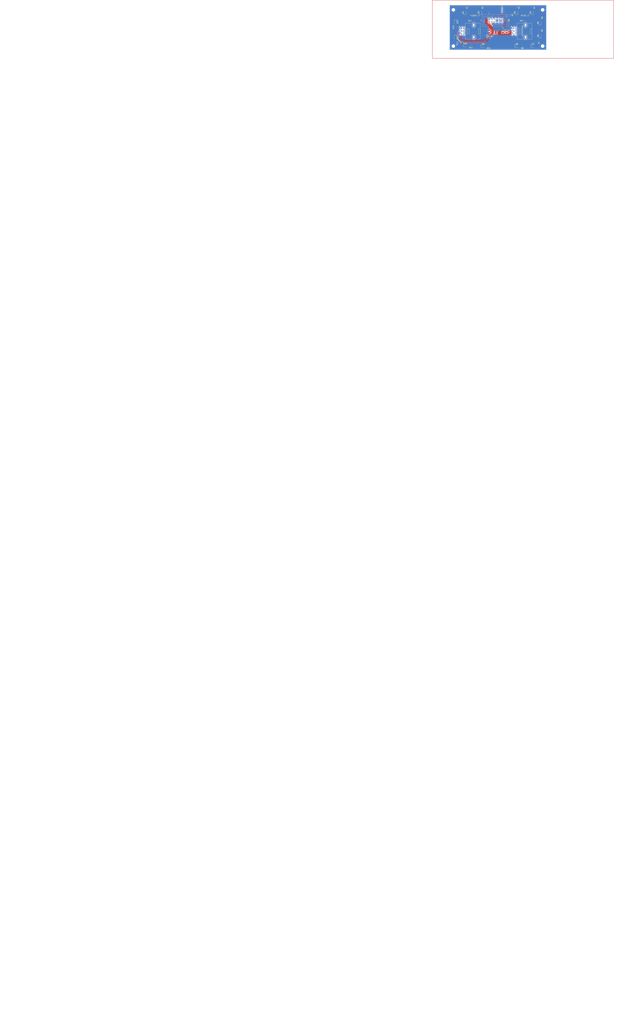
<source format=kicad_pcb>
(kicad_pcb (version 20221018) (generator pcbnew)

  (general
    (thickness 1.6)
  )

  (paper "A4")
  (layers
    (0 "F.Cu" signal)
    (31 "B.Cu" signal)
    (34 "B.Paste" user)
    (35 "F.Paste" user)
    (36 "B.SilkS" user "B.Silkscreen")
    (37 "F.SilkS" user "F.Silkscreen")
    (38 "B.Mask" user)
    (39 "F.Mask" user)
    (42 "Eco1.User" user "User.Ref")
    (44 "Edge.Cuts" user)
    (45 "Margin" user)
    (46 "B.CrtYd" user "B.Courtyard")
    (47 "F.CrtYd" user "F.Courtyard")
    (48 "B.Fab" user)
    (49 "F.Fab" user)
  )

  (setup
    (stackup
      (layer "F.SilkS" (type "Top Silk Screen") (color "White"))
      (layer "F.Paste" (type "Top Solder Paste"))
      (layer "F.Mask" (type "Top Solder Mask") (color "Black") (thickness 0.01))
      (layer "F.Cu" (type "copper") (thickness 0.035))
      (layer "dielectric 1" (type "core") (thickness 1.51) (material "FR4") (epsilon_r 4.5) (loss_tangent 0.02))
      (layer "B.Cu" (type "copper") (thickness 0.035))
      (layer "B.Mask" (type "Bottom Solder Mask") (color "Black") (thickness 0.01))
      (layer "B.Paste" (type "Bottom Solder Paste"))
      (layer "B.SilkS" (type "Bottom Silk Screen") (color "White"))
      (copper_finish "None")
      (dielectric_constraints yes)
    )
    (pad_to_mask_clearance 0)
    (aux_axis_origin 96.35 106.5)
    (pcbplotparams
      (layerselection 0x00010fc_ffffffff)
      (plot_on_all_layers_selection 0x0000000_00000000)
      (disableapertmacros false)
      (usegerberextensions false)
      (usegerberattributes true)
      (usegerberadvancedattributes true)
      (creategerberjobfile true)
      (dashed_line_dash_ratio 12.000000)
      (dashed_line_gap_ratio 3.000000)
      (svgprecision 4)
      (plotframeref false)
      (viasonmask false)
      (mode 1)
      (useauxorigin false)
      (hpglpennumber 1)
      (hpglpenspeed 20)
      (hpglpendiameter 15.000000)
      (dxfpolygonmode true)
      (dxfimperialunits true)
      (dxfusepcbnewfont true)
      (psnegative false)
      (psa4output false)
      (plotreference false)
      (plotvalue false)
      (plotinvisibletext false)
      (sketchpadsonfab false)
      (subtractmaskfromsilk false)
      (outputformat 1)
      (mirror false)
      (drillshape 0)
      (scaleselection 1)
      (outputdirectory "manufacturing/")
    )
  )

  (net 0 "")
  (net 1 "GND")
  (net 2 "+3V3")
  (net 3 "VBUS")
  (net 4 "Net-(D1-A)")
  (net 5 "Net-(D2-A)")
  (net 6 "/LED_PWR")
  (net 7 "Net-(D3-A)")
  (net 8 "Net-(D4-A)")
  (net 9 "Net-(D5-A)")
  (net 10 "Net-(D6-A)")
  (net 11 "/FLOOD")
  (net 12 "/INTEG")
  (net 13 "/PWM_1")
  (net 14 "Net-(D7-A)")
  (net 15 "Net-(D8-A)")
  (net 16 "Net-(D9-A)")
  (net 17 "Net-(D10-A)")
  (net 18 "Net-(D11-A)")
  (net 19 "Net-(D12-A)")
  (net 20 "unconnected-(J1-Pin_5-Pad5)")
  (net 21 "unconnected-(J1-Pin_6-Pad6)")
  (net 22 "unconnected-(J1-Pin_8-Pad8)")
  (net 23 "unconnected-(J1-Pin_3-Pad3)")
  (net 24 "Net-(D13-A)")
  (net 25 "Net-(D14-A)")

  (footprint "Resistor_SMD:R_0805_2012Metric" (layer "F.Cu") (at 108.35 73.875 -90))

  (footprint "LED_SMD:LED_0805_2012Metric" (layer "F.Cu") (at 127 92.2125 -90))

  (footprint "LED_SMD:LED_0805_2012Metric" (layer "F.Cu") (at 140.7125 92.2125 -90))

  (footprint "Resistor_SMD:R_0805_2012Metric" (layer "F.Cu") (at 101 88.9125 90))

  (footprint "MountingHole:MountingHole_2.2mm_M2" (layer "F.Cu") (at 168.35 103.5))

  (footprint "Resistor_SMD:R_0805_2012Metric" (layer "F.Cu") (at 166.35 81.5875 -90))

  (footprint "Resistor_SMD:R_0805_2012Metric" (layer "F.Cu") (at 160.35 73.875 -90))

  (footprint "MountingHole:MountingHole_2.2mm_M2" (layer "F.Cu") (at 99.35 103.5))

  (footprint "LED_SMD:LED_0805_2012Metric" (layer "F.Cu") (at 160.35 77.5 90))

  (footprint "MountingHole:MountingHole_2.2mm_M2" (layer "F.Cu") (at 168.35 75.5))

  (footprint "NiasStuff:Potentiometer_Alps_RK09L_Double_Vertical" (layer "F.Cu") (at 145.1 89.5))

  (footprint "LED_SMD:LED_0805_2012Metric" (layer "F.Cu") (at 148.3375 103.54))

  (footprint "LED_SMD:LED_0805_2012Metric" (layer "F.Cu") (at 120.35 77.5 90))

  (footprint "LED_SMD:LED_0805_2012Metric" (layer "F.Cu") (at 108.35 77.5 90))

  (footprint "NiasStuff:Potentiometer_Alps_RK09L_Double_Vertical" (layer "F.Cu") (at 105.125 89.5))

  (footprint "LED_SMD:LED_0805_2012Metric" (layer "F.Cu") (at 108.7125 103))

  (footprint "Resistor_SMD:R_0805_2012Metric" (layer "F.Cu") (at 152.5875 103.5 180))

  (footprint "LED_SMD:LED_0805_2012Metric" (layer "F.Cu") (at 166.35 95.5 90))

  (footprint "LED_SMD:LED_0805_2012Metric" (layer "F.Cu") (at 166.35 85.5 90))

  (footprint "Resistor_SMD:R_0603_1608Metric" (layer "F.Cu") (at 141 83.675 -90))

  (footprint "LED_SMD:LED_0805_2012Metric" (layer "F.Cu") (at 160.8375 103.5))

  (footprint "Resistor_SMD:R_0805_2012Metric" (layer "F.Cu") (at 104 101.5875 90))

  (footprint "Resistor_SMD:R_0805_2012Metric" (layer "F.Cu") (at 164 100.9125 -90))

  (footprint "LED_SMD:LED_0805_2012Metric" (layer "F.Cu") (at 148.35 77.5 90))

  (footprint "Package_TO_SOT_SMD:SOT-23" (layer "F.Cu") (at 141.95 79.3625 90))

  (footprint "Resistor_SMD:R_0805_2012Metric" (layer "F.Cu") (at 148.35 73.875 -90))

  (footprint "Resistor_SMD:R_0805_2012Metric" (layer "F.Cu") (at 120.35 73.875 -90))

  (footprint "MountingHole:MountingHole_2.2mm_M2" (layer "F.Cu") (at 99.35 75.5))

  (footprint "LED_SMD:LED_0805_2012Metric" (layer "F.Cu") (at 101 84.7125 -90))

  (footprint "LED_SMD:LED_0805_2012Metric" (layer "F.Cu") (at 122.2875 103.5))

  (footprint "LED_SMD:LED_0805_2012Metric" (layer "F.Cu") (at 101 96.7125 -90))

  (footprint "Resistor_SMD:R_0805_2012Metric" (layer "F.Cu") (at 126.5375 103.5 180))

  (footprint "Resistor_SMD:R_0805_2012Metric" (layer "F.Cu") (at 112.9125 103 180))

  (footprint "Resistor_SMD:R_0805_2012Metric" (layer "F.Cu") (at 137.5 92.0875 -90))

  (footprint "Resistor_SMD:R_0805_2012Metric" (layer "F.Cu") (at 166.35 91.5 -90))

  (footprint "Resistor_SMD:R_0805_2012Metric" (layer "F.Cu") (at 127 95.9125 90))

  (footprint "Connector_IDC:IDC-Header_2x05_P2.54mm_Vertical" (layer "B.Cu") (at 126.84 82.46 -90))

  (gr_line (start 83.1 68) (end 83.1 113)
    (stroke (width 0.2) (type default)) (layer "F.Cu") (tstamp 4b03bcf9-9dd5-46df-afb3-9970c777eac5))
  (gr_line (start 83.1 113) (end 223.1 113)
    (stroke (width 0.2) (type default)) (layer "F.Cu") (tstamp 4faed209-0276-468d-816a-506e86e04431))
  (gr_line (start 223.1 68) (end 83.1 68)
    (stroke (width 0.2) (type default)) (layer "F.Cu") (tstamp 96a5ed7a-65e7-41ac-b188-2aaba73aa848))
  (gr_line (start 223.1 113) (end 223.1 68)
    (stroke (width 0.2) (type default)) (layer "F.Cu") (tstamp eac38d42-fcfb-41d7-8417-b46d6c533051))
  (gr_line (start 96.35 71.75) (end 171.35 71.75)
    (stroke (width 0.1) (type default)) (layer "Edge.Cuts") (tstamp 02ec3058-b78c-47ca-8949-f3b7735ebd57))
  (gr_line (start 96.35 106.5) (end 96.35 71.75)
    (stroke (width 0.1) (type default)) (layer "Edge.Cuts") (tstamp 03f85010-09cc-4d1f-a1e6-528ed8bf3704))
  (gr_line (start 171.35 71.75) (end 171.35 106.5)
    (stroke (width 0.1) (type default)) (layer "Edge.Cuts") (tstamp a207bc4f-e3db-4c47-b74b-8da3de20521e))
  (gr_line (start 171.35 106.5) (end 96.35 106.5)
    (stroke (width 0.1) (type default)) (layer "Edge.Cuts") (tstamp d207b4a7-b548-4d94-adad-926b520ac1ee))
  (gr_line (start 212.835037 219.32669) (end 206.992497 212.363791)
    (stroke (width 0.794009) (type solid)) (layer "F.Fab") (tstamp 003dffd5-bef8-4308-8cea-51b54cf9286f))
  (gr_line (start 108.504614 450.022421) (end 108.513295 450.365726)
    (stroke (width 0.576701) (type solid)) (layer "F.Fab") (tstamp 00b0a027-818d-4cab-b29f-3e039832fd1a))
  (gr_line (start -164.240497 780.344905) (end -164.240497 798.317141)
    (stroke (width 0.913409) (type solid)) (layer "F.Fab") (tstamp 00c8719f-f7ca-457a-b86f-eb2bdebec79c))
  (gr_line (start 162.475786 148.376832) (end 162.440581 148.839801)
    (stroke (width 0.576315) (type solid)) (layer "F.Fab") (tstamp 00e96dca-ec2d-4ba8-8fe4-a5d11da4a337))
  (gr_line (start 97.850466 455.711644) (end 97.598446 455.513597)
    (stroke (width 0.576701) (type solid)) (layer "F.Fab") (tstamp 00f50bbd-9093-44f0-ac6b-f20ee7e8c2af))
  (gr_line (start 69.500722 84.049522) (end 70.055548 83.979017)
    (stroke (width 0.700877) (type solid)) (layer "F.Fab") (tstamp 00f8228c-82b8-40f2-a04c-654daf7f2959))
  (gr_line (start -209.578248 103.845525) (end -209.00256 103.346852)
    (stroke (width 0.784935) (type solid)) (layer "F.Fab") (tstamp 00fbd06e-d9df-443c-9f10-c47bb9bfff8e))
  (gr_line (start -175.613376 736.094466) (end -175.613376 753.807993)
    (stroke (width 0.913409) (type solid)) (layer "F.Fab") (tstamp 00fc48dc-794b-45d8-9b8f-9a5edcce2646))
  (gr_line (start 80.670336 89.259669) (end 80.937278 89.723951)
    (stroke (width 0.700877) (type solid)) (layer "F.Fab") (tstamp 0116f305-cbc0-4cec-aac7-f9dbc2ae3843))
  (gr_line (start 185.695763 143.180498) (end 185.93289 142.810615)
    (stroke (width 0.576315) (type solid)) (layer "F.Fab") (tstamp 01345f77-1358-4093-b92c-3f445385fc5c))
  (gr_line (start 216.520885 440.855739) (end 238.223496 440.855739)
    (stroke (width 0.850441) (type solid)) (layer "F.Fab") (tstamp 01570404-afab-4cfd-8123-7623f81804d0))
  (gr_line (start 184.423015 146.975601) (end 184.480989 146.51936)
    (stroke (width 0.576315) (type solid)) (layer "F.Fab") (tstamp 01997db7-94f6-4038-8d05-8848c44109af))
  (gr_line (start -104.094659 298.944483) (end -104.295984 299.337565)
    (stroke (width 0.576315) (type solid)) (layer "F.Fab") (tstamp 01a7d60e-023e-46a4-bce9-fc20579db536))
  (gr_line (start 215.685237 459.321417) (end 215.653088 459.267772)
    (stroke (width 0.850441) (type solid)) (layer "F.Fab") (tstamp 01c97ff6-5099-47c4-9a36-23fff7219257))
  (gr_line (start -205.058742 180.886454) (end -204.633018 181.255264)
    (stroke (width 0.576974) (type solid)) (layer "F.Fab") (tstamp 01f9c769-28ed-43b0-a760-73b2217f3fb4))
  (gr_line (start 144.301874 148.839801) (end 144.26667 148.376832)
    (stroke (width 0.576315) (type solid)) (layer "F.Fab") (tstamp 02016b62-dc95-4d96-b74e-342365852ea0))
  (gr_line (start 162.440581 148.839801) (end 162.382606 149.296039)
    (stroke (width 0.576315) (type solid)) (layer "F.Fab") (tstamp 02282d9f-6275-4512-9111-7eb927ab4f24))
  (gr_line (start -202.205118 151.837936) (end -201.946008 152.34389)
    (stroke (width 0.576974) (type solid)) (layer "F.Fab") (tstamp 0259d7bb-70b7-4333-a7ce-f19bbc863e06))
  (gr_line (start 194.541272 193.361344) (end 198.793804 200.726991)
    (stroke (width 0.794009) (type solid)) (layer "F.Fab") (tstamp 0267a4c3-4434-4b63-b09a-e6b6ea7e1dd7))
  (gr_line (start 73.959707 105.746344) (end 73.423344 105.870142)
    (stroke (width 0.700877) (type solid)) (layer "F.Fab") (tstamp 03189e47-b63a-41e3-ad65-150ab1d88583))
  (gr_line (start -164.240497 762.597929) (end -164.240497 780.344905)
    (stroke (width 0.913409) (type solid)) (layer "F.Fab") (tstamp 031b61f5-dd03-461f-a88f-46a8b0010f2c))
  (gr_line (start 144.541817 150.186031) (end 144.440021 149.744974)
    (stroke (width 0.576315) (type solid)) (layer "F.Fab") (tstamp 031c0702-0e98-413e-859b-4753768879e8))
  (gr_line (start -210.129261 104.370867) (end -209.578248 103.845525)
    (stroke (width 0.784935) (type solid)) (layer "F.Fab") (tstamp 03566dbd-3696-4de8-a473-345a4f875f1e))
  (gr_line (start 145.153786 143.95535) (end 145.355111 143.562267)
    (stroke (width 0.576315) (type solid)) (layer "F.Fab") (tstamp 037482ef-4ebc-4706-b10a-1349bec0c662))
  (gr_line (start -178.895796 333.28189) (end -179.299619 333.464454)
    (stroke (width 0.576315) (type solid)) (layer "F.Fab") (tstamp 038e9e17-622a-4cd7-842f-52dd94eeb95e))
  (gr_line (start 157.323571 156.125128) (end 156.919748 156.307692)
    (stroke (width 0.576315) (type solid)) (layer "F.Fab") (tstamp 03990b36-9d79-4c06-ac92-8c79505b75f2))
  (gr_line (start 49.012069 110.100086) (end 49.806089 110.200982)
    (stroke (width 0.784935) (type solid)) (layer "F.Fab") (tstamp 03a1b0bb-3f88-416e-b0f7-8d707f98ab40))
  (gr_line (start 13.229812 98.820598) (end 13.055506 98.305459)
    (stroke (width 0.700877) (type solid)) (layer "F.Fab") (tstamp 03c8f30e-18ef-43f4-a6f6-e5fbc5145390))
  (gr_line (start -180.754704 736.094466) (end -175.613376 736.094466)
    (stroke (width 0.913409) (type solid)) (layer "F.Fab") (tstamp 03e8c0cd-7752-4541-b9c0-d641e666116f))
  (gr_line (start 32.528163 88.375168) (end 32.837269 88.809842)
    (stroke (width 0.700877) (type solid)) (layer "F.Fab") (tstamp 03f515e6-00f0-4fcd-9ed7-6f23fb301aa7))
  (gr_poly
    (pts
      (xy -210.40404 826.664511)
      (xy -216.895066 833.155502)
      (xy -216.895066 831.174295)
      (xy -210.40404 824.683232)
    )

    (stroke (width 0) (type solid)) (fill solid) (layer "F.Fab") (tstamp 03fb575d-c752-43a7-970e-dc69fffe6acf))
  (gr_line (start 44.973674 110.200982) (end 45.767693 110.100086)
    (stroke (width 0.784935) (type solid)) (layer "F.Fab") (tstamp 041d0df4-16f9-4cc9-b66f-e8f8eb2394f9))
  (gr_line (start -208.487793 178.918962) (end -207.954983 179.129066)
    (stroke (width 0.576974) (type solid)) (layer "F.Fab") (tstamp 0455644e-f4f6-4d63-bc84-1530b987152c))
  (gr_poly
    (pts
      (xy -161.897785 736.457207)
      (xy -161.821859 736.464453)
      (xy -161.747062 736.476388)
      (xy -161.673485 736.492895)
      (xy -161.601221 736.513858)
      (xy -161.530362 736.539159)
      (xy -161.461 736.568683)
      (xy -161.393228 736.602313)
      (xy -161.327138 736.639932)
      (xy -161.262823 736.681423)
      (xy -161.200374 736.726671)
      (xy -161.139884 736.775558)
      (xy -161.081444 736.827968)
      (xy -161.025149 736.883784)
      (xy -160.971089 736.94289)
      (xy -160.919357 737.00517)
      (xy -160.823246 737.138783)
      (xy -160.737555 737.28369)
      (xy -160.663021 737.438959)
      (xy -160.600383 737.603658)
      (xy -160.55038 737.776854)
      (xy -160.513749 737.957614)
      (xy -160.500679 738.05054)
      (xy -160.491229 738.145007)
      (xy -160.485492 738.240899)
      (xy -160.483558 738.338099)
      (xy -160.483558 823.135565)
      (xy -160.485492 823.232765)
      (xy -160.491229 823.328657)
      (xy -160.500679 823.423124)
      (xy -160.513749 823.516049)
      (xy -160.530347 823.607317)
      (xy -160.55038 823.69681)
      (xy -160.573756 823.784412)
      (xy -160.600383 823.870006)
      (xy -160.630169 823.953476)
      (xy -160.663021 824.034705)
      (xy -160.698847 824.113576)
      (xy -160.737555 824.189974)
      (xy -160.779052 824.263781)
      (xy -160.823246 824.334881)
      (xy -160.870045 824.403158)
      (xy -160.919357 824.468494)
      (xy -160.971089 824.530774)
      (xy -161.025149 824.58988)
      (xy -161.081444 824.645696)
      (xy -161.139884 824.698106)
      (xy -161.200374 824.746993)
      (xy -161.262823 824.792241)
      (xy -161.327138 824.833732)
      (xy -161.393228 824.871351)
      (xy -161.461 824.904981)
      (xy -161.530362 824.934505)
      (xy -161.601221 824.959806)
      (xy -161.673485 824.980769)
      (xy -161.747062 824.997276)
      (xy -161.821859 825.009211)
      (xy -161.897785 825.016457)
      (xy -161.974747 825.018899)
      (xy -164.155123 825.018899)
      (xy -164.155123 736.454765)
      (xy -161.974747 736.454765)
    )

    (stroke (width 0) (type solid)) (fill solid) (layer "F.Fab") (tstamp 04746465-9a3b-49e5-8d69-c4e2fc132b56))
  (gr_line (start 18.837319 105.002107) (end 18.359277 104.757269)
    (stroke (width 0.700877) (type solid)) (layer "F.Fab") (tstamp 04965fde-4ad7-41e3-9ffe-669fa74c3f55))
  (gr_line (start 124.939573 87.241237) (end 125.244761 87.717329)
    (stroke (width 0.576974) (type solid)) (layer "F.Fab") (tstamp 04c03ffa-621c-41da-b951-78849703a202))
  (gr_line (start -57.386736 365.319493) (end -57.117023 366.488096)
    (stroke (width 0.859799) (type solid)) (layer "F.Fab") (tstamp 04ce2ba0-db89-404d-975f-cf41f3bd57eb))
  (gr_line (start -106.857603 287.686831) (end -106.513213 287.957468)
    (stroke (width 0.576315) (type solid)) (layer "F.Fab") (tstamp 04d09bcc-82ab-470b-981f-e94ad88513ab))
  (gr_line (start 126.943411 93.801919) (end 126.928144 94.405762)
    (stroke (width 0.576974) (type solid)) (layer "F.Fab") (tstamp 05519f68-eaeb-4dce-94b3-ba04c1c17f4e))
  (gr_line (start 87.035986 724.765852) (end 86.921451 725.019199)
    (stroke (width 0.576701) (type solid)) (layer "F.Fab") (tstamp 055a4114-a29a-49a0-8504-063af15ff0f2))
  (gr_line (start 185.476251 143.562267) (end 185.695763 143.180498)
    (stroke (width 0.576315) (type solid)) (layer "F.Fab") (tstamp 05662554-aa9b-467d-8315-3b671c97fe56))
  (gr_line (start 215.622895 441.481816) (end 215.685237 441.372498)
    (stroke (width 0.850441) (type solid)) (layer "F.Fab") (tstamp 05776c58-3610-42d6-89c7-77d4f3664463))
  (gr_line (start 126.415907 90.312538) (end 126.574016 90.869369)
    (stroke (width 0.576974) (type solid)) (layer "F.Fab") (tstamp 0578e1a5-45a1-4d4f-8fd4-736b35c7c3b3))
  (gr_line (start -69.813155 99.906668) (end -69.031846 100.046195)
    (stroke (width 0.784935) (type solid)) (layer "F.Fab") (tstamp 0592b741-fc59-47a0-895a-63a1893d174a))
  (gr_line (start 27.959376 105.22413) (end 27.455906 105.422642)
    (stroke (width 0.700877) (type solid)) (layer "F.Fab") (tstamp 0594203f-a105-4fd8-a3c5-af6017209aaf))
  (gr_line (start 103.46607 154.751165) (end 103.13895 154.291108)
    (stroke (width 0.576974) (type solid)) (layer "F.Fab") (tstamp 05c5ed57-e8e2-4be9-a026-a076ae0d7a49))
  (gr_line (start 160.607993 83.483999) (end 161.09933 83.766544)
    (stroke (width 0.576974) (type solid)) (layer "F.Fab") (tstamp 05db273a-3a4a-482a-a9f5-b589c02f2752))
  (gr_line (start 103.18651 456.901441) (end 102.857984 456.960108)
    (stroke (width 0.576701) (type solid)) (layer "F.Fab") (tstamp 05ead04c-c0d7-4c63-b746-7a8a9c6ec221))
  (gr_line (start -224.016584 187.576271) (end -223.88557 187.008562)
    (stroke (width 0.576974) (type solid)) (layer "F.Fab") (tstamp 066391a4-19d4-4564-afdd-3f853c61b126))
  (gr_line (start -103.242748 295.92424) (end -103.300722 296.38048)
    (stroke (width 0.576315) (type solid)) (layer "F.Fab") (tstamp 067372cc-a5e2-4aa2-a815-c6c21080ba71))
  (gr_line (start -221.575694 149.967124) (end -221.206917 149.541358)
    (stroke (width 0.576974) (type solid)) (layer "F.Fab") (tstamp 06b06bcf-e7ed-4771-944a-ea7188273771))
  (gr_line (start -210.444048 311.753387) (end -210.41105 311.817987)
    (stroke (width 0.576315) (type solid)) (layer "F.Fab") (tstamp 06b9ea34-4942-48d0-bff6-192975609ca7))
  (gr_line (start 107.708109 447.18578) (end 107.855436 447.473435)
    (stroke (width 0.576701) (type solid)) (layer "F.Fab") (tstamp 06bf503e-27d4-443e-9492-39127b4d3f25))
  (gr_line (start 60.601216 91.711704) (end 60.775509 91.196565)
    (stroke (width 0.700877) (type solid)) (layer "F.Fab") (tstamp 06ca8aeb-cb4c-4802-a19b-52f792833b52))
  (gr_line (start 85.810278 726.583823) (end 85.611648 726.773199)
    (stroke (width 0.576701) (type solid)) (layer "F.Fab") (tstamp 06cd5de8-b021-490f-9f76-bab2fd3586a3))
  (gr_line (start -79.107865 101.288403) (end -78.405068 100.970674)
    (stroke (width 0.784935) (type solid)) (layer "F.Fab") (tstamp 06d5492f-ecf0-418c-a2cc-56312b34b13e))
  (gr_line (start -73.089139 368.895451) (end -72.933942 369.289066)
    (stroke (width 0.672762) (type solid)) (layer "F.Fab") (tstamp 06db517a-ba63-44e9-a7cc-22252406a57a))
  (gr_line (start 208.854432 374.495251) (end 208.551478 374.375799)
    (stroke (width 0.576701) (type solid)) (layer "F.Fab") (tstamp 06dd8e68-1e4a-40c8-b194-1e1f8912e691))
  (gr_line (start 215.459949 458.704316) (end 215.450426 458.634385)
    (stroke (width 0.850441) (type solid)) (layer "F.Fab") (tstamp 06de93d6-e270-4c5a-b777-dc8d5649cc8c))
  (gr_line (start -112.78123 304.096698) (end -113.244201 304.061493)
    (stroke (width 0.576315) (type solid)) (layer "F.Fab") (tstamp 06e188a3-e5bb-4bb1-b5fb-8a6f6d06c27c))
  (gr_line (start -178.120945 317.267844) (end -177.751064 317.50497)
    (stroke (width 0.576315) (type solid)) (layer "F.Fab") (tstamp 06ec4a02-5e68-4a5d-8744-dc8830e318bc))
  (gr_line (start 126.574031 96.734486) (end 126.415926 97.291319)
    (stroke (width 0.576974) (type solid)) (layer "F.Fab") (tstamp 06f3f826-4684-412d-8c31-ff2dabcf62cd))
  (gr_line (start 103.537997 95.001671) (end 103.492686 94.405758)
    (stroke (width 0.576974) (type solid)) (layer "F.Fab") (tstamp 0711df5b-d141-4c54-83c6-b90c8f10dc0c))
  (gr_line (start -80.456384 102.020811) (end -79.79197 101.638781)
    (stroke (width 0.784935) (type solid)) (layer "F.Fab") (tstamp 0737f3ac-4fcf-488e-961b-597f850eed02))
  (gr_line (start 98.112024 444.833763) (end 98.382699 444.660235)
    (stroke (width 0.576701) (type solid)) (layer "F.Fab") (tstamp 074b0db2-2f85-47ee-a2fb-b769297a0e85))
  (gr_line (start 205.282149 371.408689) (end 205.134822 371.121035)
    (stroke (width 0.576701) (type solid)) (layer "F.Fab") (tstamp 074ca2df-c238-4bfe-aee8-7f3644d469cd))
  (gr_line (start -220.41094 181.255258) (end -219.985215 180.886444)
    (stroke (width 0.576974) (type solid)) (layer "F.Fab") (tstamp 0750296c-03db-43e5-953f-30e25948c63b))
  (gr_line (start -197.288215 99.805771) (end -196.494194 99.906668)
    (stroke (width 0.784935) (type solid)) (layer "F.Fab") (tstamp 0757bf3d-09d3-4158-b98d-ebcec3fb5bc1))
  (gr_line (start 48.206335 110.038817) (end 49.012069 110.100086)
    (stroke (width 0.784935) (type solid)) (layer "F.Fab") (tstamp 077cfe7e-99eb-4695-88bd-ce0e8bd00e99))
  (gr_line (start 26.414656 105.746344) (end 25.87827 105.870142)
    (stroke (width 0.700877) (type solid)) (layer "F.Fab") (tstamp 07819b4f-65b9-427c-a97e-dca6c4e50478))
  (gr_line (start 151.982888 138.896308) (end 152.439127 138.838333)
    (stroke (width 0.576315) (type solid)) (layer "F.Fab") (tstamp 07964791-a932-4cc2-9f72-cdcde60a4377))
  (gr_line (start 216.680188 371.95874) (end 216.494191 372.220299)
    (stroke (width 0.576701) (type solid)) (layer "F.Fab") (tstamp 079b8499-2c15-4b09-af71-d9e4e58afeec))
  (gr_line (start 77.721846 718.495392) (end 77.920477 718.306016)
    (stroke (width 0.576701) (type solid)) (layer "F.Fab") (tstamp 079eb0ec-edcb-4df4-8583-8ef09a46a8dc))
  (gr_line (start 145.616422 521.434488) (end 163.126406 529.627715)
    (stroke (width 1.152209) (type solid)) (layer "F.Fab") (tstamp 07be1168-157f-4ea5-8cad-3d1b521b5d13))
  (gr_line (start 204.686992 369.896009) (end 204.6125 369.573246)
    (stroke (width 0.576701) (type solid)) (layer "F.Fab") (tstamp 07c93554-8d6d-4563-8d72-f955cd48aabf))
  (gr_line (start 153.840357 157.012244) (end 153.371228 157.024106)
    (stroke (width 0.576315) (type solid)) (layer "F.Fab") (tstamp 07e2a198-8857-4878-8ab2-bfa329275d82))
  (gr_line (start 200.797677 153.362188) (end 200.527039 153.706577)
    (stroke (width 0.576315) (type solid)) (layer "F.Fab") (tstamp 0819a7cb-96fe-46ff-a250-593eea3b4095))
  (gr_line (start 216.086461 372.714387) (end 215.865566 372.946078)
    (stroke (width 0.576701) (type solid)) (layer "F.Fab") (tstamp 08303158-20be-47a3-9841-0d8a1537e530))
  (gr_line (start 193.023238 138.803128) (end 193.492368 138.791266)
    (stroke (width 0.576315) (type solid)) (layer "F.Fab") (tstamp 0848886a-8ec7-44b0-aab6-814805bb3a3a))
  (gr_line (start 100.826035 456.960108) (end 100.497508 456.901441)
    (stroke (width 0.576701) (type solid)) (layer "F.Fab") (tstamp 086855d0-0d11-4e77-9daa-4587c65d5a1d))
  (gr_line (start 161.771234 151.456214) (end 161.588669 151.860036)
    (stroke (width 0.576315) (type solid)) (layer "F.Fab") (tstamp 086caf17-bfe5-4b5b-ba8e-fd641411329a))
  (gr_line (start 125.244761 87.717329) (end 125.527279 88.208721)
    (stroke (width 0.576974) (type solid)) (layer "F.Fab") (tstamp 086d6544-d5a3-473f-9d44-f4bb3fe51715))
  (gr_line (start -207.954983 179.129066) (end -207.43526 179.364055)
    (stroke (width 0.576974) (type solid)) (layer "F.Fab") (tstamp 08794f58-af4f-48b8-87b1-358787186913))
  (gr_line (start -190.407617 319.967373) (end -190.153448 319.60995)
    (stroke (width 0.576315) (type solid)) (layer "F.Fab") (tstamp 088de08f-a5eb-4c07-980f-8af9cee984bc))
  (gr_line (start 33.392608 89.723951) (end 33.637449 90.201992)
    (stroke (width 0.700877) (type solid)) (layer "F.Fab") (tstamp 08929ca9-b01f-4f38-9721-07d49e0ec2ea))
  (gr_line (start 114.60667 82.083008) (end 115.210451 82.067739)
    (stroke (width 0.576974) (type solid)) (layer "F.Fab") (tstamp 08941640-ee3c-4c8f-98c3-2f3d72211433))
  (gr_line (start 77.920477 726.773199) (end 77.721846 726.583823)
    (stroke (width 0.576701) (type solid)) (layer "F.Fab") (tstamp 08a9ec19-c931-40bf-aaab-8865a9b80bfb))
  (gr_line (start 161.09933 83.766544) (end 161.575368 84.071761)
    (stroke (width 0.576974) (type solid)) (layer "F.Fab") (tstamp 08ae15e0-4e1e-4c87-8a2c-f05d7bdd031b))
  (gr_line (start 126.705042 96.166776) (end 126.574031 96.734486)
    (stroke (width 0.576974) (type solid)) (layer "F.Fab") (tstamp 08b02694-ea5c-493e-8323-39115732e853))
  (gr_line (start -122.124301 101.638781) (end -121.440193 101.288403)
    (stroke (width 0.784935) (type solid)) (layer "F.Fab") (tstamp 08eb0865-a19b-4653-b2f7-d034a5d9a743))
  (gr_line (start 209.953739 220.056543) (end 205.701207 212.690895)
    (stroke (width 0.794009) (type solid)) (layer "F.Fab") (tstamp 09177f8b-21eb-4661-9062-907b2426135f))
  (gr_line (start 177.82783 324.684795) (end 178.573215 324.432585)
    (stroke (width 0.934901) (type solid)) (layer "F.Fab") (tstamp 091f6c3f-42ed-4f4d-9b5e-4f17182598ec))
  (gr_line (start 153.632342 509.946683) (end 167.29411 523.655383)
    (stroke (width 1.152209) (type solid)) (layer "F.Fab") (tstamp 092089d4-336a-405f-b6b8-f23291415f11))
  (gr_line (start 122.597266 141.169751) (end 122.902454 141.645843)
    (stroke (width 0.576974) (type solid)) (layer "F.Fab") (tstamp 092c4326-c1bf-4b93-88a5-9b73e081e43d))
  (gr_line (start 209.480986 361.767453) (end 209.803748 361.692959)
    (stroke (width 0.576701) (type solid)) (layer "F.Fab") (tstamp 093f4583-f558-406d-82fa-76a2bd988443))
  (gr_line (start 169.623959 348.072009) (end 169.237683 347.40021)
    (stroke (width 0.934901) (type solid)) (layer "F.Fab") (tstamp 0944e6be-810f-4de1-b670-315c696ad136))
  (gr_line (start 99.858168 456.737052) (end 99.548192 456.632169)
    (stroke (width 0.576701) (type solid)) (layer "F.Fab") (tstamp 09547958-c0aa-472a-a4b1-365492d0a3da))
  (gr_line (start -221.575694 182.477085) (end -221.206917 182.051317)
    (stroke (width 0.576974) (type solid)) (layer "F.Fab") (tstamp 095c0fef-95d2-4a14-b945-8284b79c916b))
  (gr_line (start 158.098421 140.111082) (end 158.468303 140.348209)
    (stroke (width 0.576315) (type solid)) (layer "F.Fab") (tstamp 0962a676-e9cd-4264-9fe1-4f07cd611083))
  (gr_line (start 144.204404 89.23444) (end 144.439371 88.714661)
    (stroke (width 0.576974) (type solid)) (layer "F.Fab") (tstamp 09760758-ef94-48bf-ae0f-e61ff24b9e23))
  (gr_line (start 115.814232 82.083008) (end 116.410084 82.128322)
    (stroke (width 0.576974) (type solid)) (layer "F.Fab") (tstamp 09966983-0b4e-493f-acae-49f8330b75d8))
  (gr_line (start 96.496068 454.357256) (end 96.310071 454.0957)
    (stroke (width 0.576701) (type solid)) (layer "F.Fab") (tstamp 09c6953b-ffb7-48e9-9f44-747171fea62c))
  (gr_line (start -201.946008 162.518424) (end -202.205118 163.024379)
    (stroke (width 0.576974) (type solid)) (layer "F.Fab") (tstamp 09e33232-884c-4f32-8cbe-964255736a31))
  (gr_poly
    (pts
      (xy -210.40404 835.737133)
      (xy -216.895066 842.228123)
      (xy -216.895066 840.2475)
      (xy -210.40404 833.75651)
    )

    (stroke (width 0) (type solid)) (fill solid) (layer "F.Fab") (tstamp 09fa207c-d4c2-4228-95ca-0bc018b3dca7))
  (gr_line (start 101.842009 457.036975) (end 101.498704 457.028295)
    (stroke (width 0.576701) (type solid)) (layer "F.Fab") (tstamp 0a16e1d8-054a-4335-8a1c-4d9957fa4416))
  (gr_line (start -143.945194 102.696469) (end -145.9487 104.635553)
    (stroke (width 1.859057) (type solid)) (layer "F.Fab") (tstamp 0a1828c8-66a9-43f2-a876-87725332aeda))
  (gr_line (start 101.847082 151.765026) (end 101.662616 151.21981)
    (stroke (width 0.576974) (type solid)) (layer "F.Fab") (tstamp 0a78a22d-0a63-45fe-ae15-5282a823a04c))
  (gr_line (start 18.837319 85.015056) (end 19.328424 84.793033)
    (stroke (width 0.700877) (type solid)) (layer "F.Fab") (tstamp 0ace5b2b-e608-4ede-be32-53c963642f06))
  (gr_line (start 75.504355 84.793033) (end 75.995435 85.015056)
    (stroke (width 0.700877) (type solid)) (layer "F.Fab") (tstamp 0ad19104-488f-4f39-a777-4f7bef073404))
  (gr_line (start -115.860621 303.392146) (end -116.264444 303.209581)
    (stroke (width 0.576315) (type solid)) (layer "F.Fab") (tstamp 0ae2bcd7-5ebe-4e56-830d-52b4110ac5ea))
  (gr_line (start -152.176037 100.437154) (end -151.438844 100.686593)
    (stroke (width 0.784935) (type solid)) (layer "F.Fab") (tstamp 0af09c96-1029-494b-9327-7b475ec4a979))
  (gr_line (start -148.096865 650.931163) (end -140.244916 650.931163)
    (stroke (width 0.674608) (type solid)) (layer "F.Fab") (tstamp 0b0ae7b0-5684-473b-b43f-7c510d0188fd))
  (gr_line (start 166.748342 93.801919) (end 166.733075 94.405762)
    (stroke (width 0.576974) (type solid)) (layer "F.Fab") (tstamp 0b42f027-f6e5-4aea-8929-773730a0d2f0))
  (gr_line (start 199.364974 340.579078) (end 199.303024 341.39377)
    (stroke (width 0.934901) (type solid)) (layer "F.Fab") (tstamp 0b802b96-116b-439e-93fb-1bf588ef9434))
  (gr_line (start 107.321436 85.116071) (end 107.747161 84.747258)
    (stroke (width 0.576974) (type solid)) (layer "F.Fab") (tstamp 0b9ee283-6f44-400d-8b90-dab495479e2f))
  (gr_line (start 197.803908 332.798595) (end 198.125169 333.509203)
    (stroke (width 0.934901) (type solid)) (layer "F.Fab") (tstamp 0bb523dd-c667-450a-bb52-7220e50f4de7))
  (gr_line (start 32.528163 101.641995) (end 32.199028 102.06082)
    (stroke (width 0.700877) (type solid)) (layer "F.Fab") (tstamp 0bd5de40-394f-4216-9198-080e36d33e3a))
  (gr_line (start 122.23044 84.398914) (end 122.673672 84.747264)
    (stroke (width 0.576974) (type solid)) (layer "F.Fab") (tstamp 0be99aa3-5426-47e0-aa78-6e14dcfa25f0))
  (gr_line (start 20.873144 84.270819) (end 21.40953 84.147021)
    (stroke (width 0.700877) (type solid)) (layer "F.Fab") (tstamp 0bfb319a-49ec-454a-a089-b622533ec850))
  (gr_line (start -181.916039 315.995095) (end -181.459799 316.05307)
    (stroke (width 0.576315) (type solid)) (layer "F.Fab") (tstamp 0c111e6f-d0bb-4058-9976-c913c5062386))
  (gr_line (start 217.810854 368.572048) (end 217.785092 368.910846)
    (stroke (width 0.576701) (type solid)) (layer "F.Fab") (tstamp 0c20c687-5a66-44aa-8fd0-63113919da0c))
  (gr_line (start 104.399473 98.369394) (end 104.189388 97.836525)
    (stroke (width 0.576974) (type solid)) (layer "F.Fab") (tstamp 0c5596d8-31a9-4a2e-aba7-55463cc47359))
  (gr_line (start 160.405899 142.108801) (end 160.676537 142.453192)
    (stroke (width 0.576315) (type solid)) (layer "F.Fab") (tstamp 0c56bef8-b2ed-4c67-8cab-28bfcb2d3806))
  (gr_line (start 34.381695 92.237815) (end 34.505494 92.774203)
    (stroke (width 0.700877) (type solid)) (layer "F.Fab") (tstamp 0c7db8fa-5637-40d5-a1c4-f369d2f316c2))
  (gr_line (start 192.104028 156.919065) (end 191.655092 156.838893)
    (stroke (width 0.576315) (type solid)) (layer "F.Fab") (tstamp 0c8005ad-a2c3-4a54-9467-01a4cc731f46))
  (gr_line (start -210.280986 312.239765) (end -210.271495 312.314893)
    (stroke (width 0.576315) (type solid)) (layer "F.Fab") (tstamp 0c86edca-043a-422d-825c-16649de55932))
  (gr_line (start -104.752623 300.089215) (end -105.006792 300.446638)
    (stroke (width 0.576315) (type solid)) (layer "F.Fab") (tstamp 0ca5eb63-c7f1-4aed-a6dc-c61bdec2aa68))
  (gr_line (start 107.781388 137.15337) (end 108.301116 136.918383)
    (stroke (width 0.576974) (type solid)) (layer "F.Fab") (tstamp 0ce3e7d9-73d7-4026-bfe7-1bbb8234aa1b))
  (gr_line (start 114.010815 82.128321) (end 114.60667 82.083008)
    (stroke (width 0.576974) (type solid)) (layer "F.Fab") (tstamp 0ce9389b-3f32-4689-a39e-9b17bd95e7a4))
  (gr_line (start 195.722582 329.549225) (end 196.198824 330.155249)
    (stroke (width 0.934901) (type solid)) (layer "F.Fab") (tstamp 0cf95631-1819-45fe-a8d3-d1d8c9c1e61e))
  (gr_line (start -84.055958 364.127549) (end -83.65322 363.991277)
    (stroke (width 0.672762) (type solid)) (layer "F.Fab") (tstamp 0d9a8ea7-92a2-4cea-bddd-e9083d55e29c))
  (gr_line (start 15.437238 102.4631) (end 15.088772 102.06082)
    (stroke (width 0.700877) (type solid)) (layer "F.Fab") (tstamp 0db3dfa9-fe62-4eef-ad06-74b456a404c8))
  (gr_line (start 179.334477 355.290687) (end 178.573215 355.074513)
    (stroke (width 0.934901) (type solid)) (layer "F.Fab") (tstamp 0dbe66bd-d61c-4240-b70c-7c90786f94b4))
  (gr_line (start 168.27491 345.269393) (end 168.022698 344.524006)
    (stroke (width 0.934901) (type solid)) (layer "F.Fab") (tstamp 0dca1d09-f8b9-4333-8854-a7e5164b2391))
  (gr_line (start 199.059926 342.98661) (end 198.880795 343.762743)
    (stroke (width 0.934901) (type solid)) (layer "F.Fab") (tstamp 0deac9d9-2450-452a-8b60-3d8b8219cfea))
  (gr_line (start -219.081973 147.701) (end -218.605929 147.395784)
    (stroke (width 0.576974) (type solid)) (layer "F.Fab") (tstamp 0e013d38-2738-4611-aedb-25e00512aeed))
  (gr_line (start 76.16288 723.692265) (end 76.112583 723.410615)
    (stroke (width 0.576701) (type solid)) (layer "F.Fab") (tstamp 0e119afa-0321-428d-888b-6e5dff71f87c))
  (gr_line (start 17.010489 103.892831) (end 16.591662 103.5637)
    (stroke (width 0.700877) (type solid)) (layer "F.Fab") (tstamp 0e29e3e1-6ab0-4c64-8993-0f7cf5267402))
  (gr_line (start -40.914377 668.996972) (end -26.804349 668.996972)
    (stroke (width 0.794009) (type solid)) (layer "F.Fab") (tstamp 0e324927-7238-4b33-8bea-ad9631575536))
  (gr_line (start -148.096865 658.50356) (end -148.096865 650.931163)
    (stroke (width 0.674608) (type solid)) (layer "F.Fab") (tstamp 0e35dd8e-a7e0-4e0d-9428-7cf0aeb70764))
  (gr_line (start -76.581183 364.85645) (end -76.229506 365.081906)
    (stroke (width 0.672762) (type solid)) (layer "F.Fab") (tstamp 0e7f89d7-2071-4fa4-a8e1-825d2630b603))
  (gr_line (start -106.334683 102.020811) (end -105.690957 102.433498)
    (stroke (width 0.784935) (type solid)) (layer "F.Fab") (tstamp 0e804d7c-66fa-4571-93d2-27e33bf5ab79))
  (gr_line (start -74.129958 367.083283) (end -73.888299 367.423114)
    (stroke (width 0.672762) (type solid)) (layer "F.Fab") (tstamp 0ef7928d-3c54-46f8-b397-ecb060771a72))
  (gr_line (start 126.928143 93.19808) (end 126.943411 93.801919)
    (stroke (width 0.576974) (type solid)) (layer "F.Fab") (tstamp 0f28947e-875f-4463-8bf9-9c90af70152b))
  (gr_line (start 62.305236 101.641995) (end 61.996149 101.207321)
    (stroke (width 0.700877) (type solid)) (layer "F.Fab") (tstamp 0f4653b4-fbc3-4b70-a41a-7a0ecfa2ff0d))
  (gr_line (start -180.754704 789.388012) (end -175.613376 789.388012)
    (stroke (width 0.913409) (type solid)) (layer "F.Fab") (tstamp 0f757651-37a4-463f-a3fd-ecbb2af06b42))
  (gr_line (start -166.986208 103.346852) (end -166.386843 102.875844)
    (stroke (width 0.784935) (type solid)) (layer "F.Fab") (tstamp 0f787385-9b42-4d9c-8239-0723f18d15a4))
  (gr_line (start 185.776259 206.708943) (end 194.865643 206.708943)
    (stroke (width 0.794009) (type solid)) (layer "F.Fab") (tstamp 0f7aa60d-f69b-4cc1-a402-6e3d22546eae))
  (gr_line (start -181.208575 265.04394) (end -181.208575 251.218565)
    (stroke (width 0.868037) (type solid)) (layer "F.Fab") (tstamp 100aec2d-0704-48cf-a72e-ddbb735a9213))
  (gr_line (start 103.612613 95.588919) (end 103.537997 95.001671)
    (stroke (width 0.576974) (type solid)) (layer "F.Fab") (tstamp 102351d4-1e8b-432b-9342-5581fe5cfcac))
  (gr_line (start -210.518912 311.629904) (end -210.480033 311.690662)
    (stroke (width 0.576315) (type solid)) (layer "F.Fab") (tstamp 104a6b10-a00d-4082-b44b-c840a6633a2f))
  (gr_line (start 184.983875 323.794184) (end 185.786719 323.896202)
    (stroke (width 0.934901) (type solid)) (layer "F.Fab") (tstamp 1082aa07-46d7-46e6-80fa-926b3cedf268))
  (gr_line (start -207.781151 102.433498) (end -207.137423 102.020811)
    (stroke (width 0.784935) (type solid)) (layer "F.Fab") (tstamp 1084574e-367b-421f-9949-f86c27c9e783))
  (gr_line (start 154.411601 82.083008) (end 155.015382 82.067739)
    (stroke (width 0.576974) (type solid)) (layer "F.Fab") (tstamp 108dd003-3959-4cdc-a624-7ebf1a89ee4e))
  (gr_line (start 71.189062 83.921777) (end 71.759563 83.936203)
    (stroke (width 0.700877) (type solid)) (layer "F.Fab") (tstamp 10a598ae-329e-4831-90e1-f758a677f5f1))
  (gr_poly
    (pts
      (xy -229.112141 809.633687)
      (xy -225.523582 813.202496)
      (xy -225.523582 815.18312)
      (xy -231.103878 809.633031)
    )

    (stroke (width 0) (type solid)) (fill solid) (layer "F.Fab") (tstamp 10edec08-ba26-4e48-a9ec-bcc97d3e10bc))
  (gr_line (start 33.637449 99.815171) (end 33.392608 100.293212)
    (stroke (width 0.700877) (type solid)) (layer "F.Fab") (tstamp 11107b8e-6910-480c-97fa-f6d0c7f2f081))
  (gr_line (start -58.524463 361.954081) (end -58.091973 363.050968)
    (stroke (width 0.859799) (type solid)) (layer "F.Fab") (tstamp 1126070a-6bee-4eb8-8724-b9f0cb6428f3))
  (gr_line (start -238.282417 339.137819) (end -238.331947 339.085858)
    (stroke (width 0.576315) (type solid)) (layer "F.Fab") (tstamp 1143d737-339d-4336-8ee7-d4695c1ba2cd))
  (gr_line (start 119.777443 82.989875) (end 120.297164 83.224864)
    (stroke (width 0.576974) (type solid)) (layer "F.Fab") (tstamp 1151c7a0-3923-41fe-bd2d-a1a0ffc19866))
  (gr_line (start 126.928144 94.405762) (end 126.882836 95.001677)
    (stroke (width 0.576974) (type solid)) (layer "F.Fab") (tstamp 115f979a-5c5e-4218-be7f-34186fecc024))
  (gr_line (start -238.70295 312.239765) (end -238.689822 312.165864)
    (stroke (width 0.576315) (type solid)) (layer "F.Fab") (tstamp 11883fac-4064-4179-a5bc-3fd5b2de431f))
  (gr_line (start 188.859489 324.684795) (end 189.587989 324.972034)
    (stroke (width 0.934901) (type solid)) (layer "F.Fab") (tstamp 119d0d63-f15a-4825-a771-3fb834945970))
  (gr_line (start 87.919928 195.130044) (end 94.325945 201.438261)
    (stroke (width 0.794009) (type solid)) (layer "F.Fab") (tstamp 11b13ec0-850f-49d0-abd1-9b1f9ae0c62d))
  (gr_line (start 183.343659 323.71136) (end 184.169185 323.732234)
    (stroke (width 0.934901) (type solid)) (layer "F.Fab") (tstamp 11be8f2f-e118-4c15-8a88-4f7364e1b4ef))
  (gr_line (start -175.613376 825.051474) (end -180.754704 825.051474)
    (stroke (width 0.913409) (type solid)) (layer "F.Fab") (tstamp 11c4ea89-243d-474c-96c2-fb5270e558d5))
  (gr_line (start 166.613148 92.014921) (end 166.687764 92.602169)
    (stroke (width 0.576974) (type solid)) (layer "F.Fab") (tstamp 11f329f7-8c4d-46fb-8b60-b60272f7dd09))
  (gr_poly
    (pts
      (xy 56.159776 746.897965)
      (xy 56.379934 747.780275)
      (xy 59.115844 749.359862)
      (xy 58.63479 750.193053)
      (xy 55.89888 748.613466)
      (xy 55.02466 748.863941)
      (xy 51.50475 746.831721)
      (xy 52.639794 744.865746)
    )

    (stroke (width 0) (type solid)) (fill solid) (layer "F.Fab") (tstamp 1214581f-71bc-4452-af9f-9e0a8850704f))
  (gr_line (start 95.205704 190.923606) (end 97.550489 199.576571)
    (stroke (width 0.794009) (type solid)) (layer "F.Fab") (tstamp 121dcd5a-be19-4daa-9333-2bba616842fa))
  (gr_line (start 158.825725 155.212996) (end 158.468303 155.467165)
    (stroke (width 0.576315) (type solid)) (layer "F.Fab") (tstamp 122e79b9-bb70-443b-9f7f-885411d0aec9))
  (gr_line (start 210.542285 509.946683) (end 196.880518 523.655383)
    (stroke (width 1.152209) (type solid)) (layer "F.Fab") (tstamp 122f2df8-1be4-453b-9940-48f9299c33b4))
  (gr_line (start -201.946008 152.34389) (end -201.711043 152.863669)
    (stroke (width 0.576974) (type solid)) (layer "F.Fab") (tstamp 1230b4be-0edf-4966-a450-1d7adbecb2e8))
  (gr_line (start 194.424468 156.977039) (end 193.961497 157.012244)
    (stroke (width 0.576315) (type solid)) (layer "F.Fab") (tstamp 1230ecea-7d39-43af-84ce-108370f6ce62))
  (gr_line (start -219.985215 148.3765) (end -219.541981 148.028151)
    (stroke (width 0.576974) (type solid)) (layer "F.Fab") (tstamp 123b19c8-814c-466f-a941-58a38fa84f6c))
  (gr_line (start 215.437948 442.275764) (end 215.443539 442.130575)
    (stroke (width 0.850441) (type solid)) (layer "F.Fab") (tstamp 124171ba-84a2-4e64-ac37-2362d5891803))
  (gr_line (start 100.174746 456.826949) (end 99.858168 456.737052)
    (stroke (width 0.576701) (type solid)) (layer "F.Fab") (tstamp 12681125-b72d-40d4-b5a9-d5ef49049e34))
  (gr_line (start -188.81825 103.346852) (end -188.242563 103.845525)
    (stroke (width 0.784935) (type solid)) (layer "F.Fab") (tstamp 1342709f-7c0c-4f19-bbee-d91fa233b9ef))
  (gr_line (start 104.004922 90.312525) (end 104.189388 89.767307)
    (stroke (width 0.576974) (type solid)) (layer "F.Fab") (tstamp 1342713f-9de9-4792-8637-0d720984baec))
  (gr_line (start 77.53247 718.694022) (end 77.721846 718.495392)
    (stroke (width 0.576701) (type solid)) (layer "F.Fab") (tstamp 13552a50-51ad-4200-b277-ca5bd88e6722))
  (gr_line (start 79.799544 717.167277) (end 80.06529 717.077359)
    (stroke (width 0.576701) (type solid)) (layer "F.Fab") (tstamp 13766442-c686-4afc-91e5-2a282c59de8c))
  (gr_line (start 121.294398 83.766544) (end 121.770437 84.071761)
    (stroke (width 0.576974) (type solid)) (layer "F.Fab") (tstamp 13ac4dfd-5f23-4a0b-8f54-aab9b8955e0e))
  (gr_line (start -200.391719 205.723186) (end -151.8561 205.723186)
    (stroke (width 0.747273) (type solid)) (layer "F.Fab") (tstamp 140276ed-4386-4e42-9152-1d78944c2846))
  (gr_line (start 217.785092 367.54664) (end 217.810854 367.885438)
    (stroke (width 0.576701) (type solid)) (layer "F.Fab") (tstamp 141effc4-d027-4592-b373-4d31a08c4372))
  (gr_line (start 104.438781 444.21867) (end 104.734294 444.35227)
    (stroke (width 0.576701) (type solid)) (layer "F.Fab") (tstamp 142c526c-1a87-43fa-8c99-5287f57a9a4a))
  (gr_line (start -72.507857 370.949309) (end -72.452736 371.383093)
    (stroke (width 0.672762) (type solid)) (layer "F.Fab") (tstamp 146c6de3-7151-4a91-adf4-ebe5ab86a875))
  (gr_line (start -75.889676 365.323565) (end -75.562236 365.580882)
    (stroke (width 0.672762) (type solid)) (layer "F.Fab") (tstamp 14725329-1f15-45a2-8312-68113851471b))
  (gr_line (start -133.435676 807.147377) (end -133.435676 825.051474)
    (stroke (width 0.913409) (type solid)) (layer "F.Fab") (tstamp 14892b49-b949-4fd5-b186-705c084be9a8))
  (gr_line (start 160.676537 153.362188) (end 160.405899 153.706577)
    (stroke (width 0.576315) (type solid)) (layer "F.Fab") (tstamp 149c97c5-55d5-41c8-af93-51b8ea622199))
  (gr_line (start -158.516242 99.805771) (end -157.710506 99.744502)
    (stroke (width 0.784935) (type solid)) (layer "F.Fab") (tstamp 14a8cca3-60ed-46e1-8bc9-a36d65b70d85))
  (gr_line (start -238.119612 339.278746) (end -238.176156 339.234356)
    (stroke (width 0.576315) (type solid)) (layer "F.Fab") (tstamp 14ab2612-761c-41c2-9826-783b8ff162d6))
  (gr_line (start -237.872831 339.428288) (end -237.937431 339.395291)
    (stroke (width 0.576315) (type solid)) (layer "F.Fab") (tstamp 14d6a921-305f-492d-9c07-3502926a3850))
  (gr_line (start -156.894052 99.723858) (end -156.077598 99.744502)
    (stroke (width 0.784935) (type solid)) (layer "F.Fab") (tstamp 14e0138c-826c-48ba-9685-3233d55adbb6))
  (gr_line (start -203.628421 100.437154) (end -202.875526 100.223356)
    (stroke (width 0.784935) (type solid)) (layer "F.Fab") (tstamp 14fc926c-2aa0-41ba-a8ac-11373ebdbda3))
  (gr_line (start -210.381133 311.884369) (end -210.354388 311.95244)
    (stroke (width 0.576315) (type solid)) (layer "F.Fab") (tstamp 15477703-07fc-4ca2-8044-c7b0d46a1aa9))
  (gr_poly
    (pts
      (xy -240.111057 834.995474)
      (xy -240.111057 836.976681)
      (xy -246.874786 830.212915)
      (xy -246.874786 828.231709)
    )

    (stroke (width 0) (type solid)) (fill solid) (layer "F.Fab") (tstamp 156c769e-8f6d-4f0b-a737-d485355cccc5))
  (gr_line (start 215.437948 458.418121) (end 215.437948 442.275764)
    (stroke (width 0.850441) (type solid)) (layer "F.Fab") (tstamp 156f6c16-dd74-4f58-824b-5fc9c1829945))
  (gr_line (start -238.000156 339.359306) (end -238.060914 339.320427)
    (stroke (width 0.576315) (type solid)) (layer "F.Fab") (tstamp 1577a25a-7910-4713-acf8-8951480010c9))
  (gr_line (start 77.387516 85.815228) (end 77.822168 86.124331)
    (stroke (width 0.700877) (type solid)) (layer "F.Fab") (tstamp 1586ccae-c821-4f50-bf7f-c839717d2ca8))
  (gr_line (start 194.424468 138.838333) (end 194.880708 138.896308)
    (stroke (width 0.576315) (type solid)) (layer "F.Fab") (tstamp 15878b3d-b679-4254-bd42-1f067da205a5))
  (gr_line (start -112.312101 285.87572) (end -111.842971 285.887582)
    (stroke (width 0.576315) (type solid)) (layer "F.Fab") (tstamp 15962afa-4536-4163-bf54-50fce6090432))
  (gr_line (start -237.597537 339.528553) (end -237.668709 339.508431)
    (stroke (width 0.576315) (type solid)) (layer "F.Fab") (tstamp 15d223f2-5450-4c1e-9953-6dda5f71f452))
  (gr_line (start -70.308749 349.583575) (end -69.26726 350.116994)
    (stroke (width 0.859799) (type solid)) (layer "F.Fab") (tstamp 15d5992a-5438-4882-8a08-7abfddc56c82))
  (gr_line (start 80.613405 728.14279) (end 80.336697 728.078926)
    (stroke (width 0.576701) (type solid)) (layer "F.Fab") (tstamp 15dd5928-2aa4-4589-839e-de81af9f161a))
  (gr_line (start -189.417614 102.875844) (end -188.81825 103.346852)
    (stroke (width 0.784935) (type solid)) (layer "F.Fab") (tstamp 15ec8bd2-032c-414c-8fc2-fa854c782fac))
  (gr_poly
    (pts
      (xy -222.515918 604.498526)
      (xy -227.223924 603.23748)
      (xy -222.515918 601.976288)
    )

    (stroke (width 0) (type solid)) (fill solid) (layer "F.Fab") (tstamp 160a36c0-ca8e-4cf1-b871-9591aa72e657))
  (gr_line (start 215.865566 363.511408) (end 216.086461 363.743099)
    (stroke (width 0.576701) (type solid)) (layer "F.Fab") (tstamp 1651dbb1-2e0c-4460-8be7-4cef956cc929))
  (gr_line (start 109.935874 136.365676) (end 110.503526 136.23465)
    (stroke (width 0.576974) (type solid)) (layer "F.Fab") (tstamp 16645386-45a4-43b3-8f1f-97de84339ae7))
  (gr_line (start 143.520729 91.437065) (end 143.651744 90.869357)
    (stroke (width 0.576974) (type solid)) (layer "F.Fab") (tstamp 166cd883-b8c4-4f23-adda-bf58f1fb3ee0))
  (gr_line (start -151.8561 205.723186) (end -151.8561 212.465854)
    (stroke (width 0.747273) (type solid)) (layer "F.Fab") (tstamp 168970be-abeb-4417-a2ee-489ea386ba9e))
  (gr_line (start 197.449636 347.40021) (end 197.063359 348.072009)
    (stroke (width 0.934901) (type solid)) (layer "F.Fab") (tstamp 168c0b3c-ba4d-404c-a51d-1774cb77ec39))
  (gr_line (start -210.310786 312.09328) (end -210.294114 312.165864)
    (stroke (width 0.576315) (type solid)) (layer "F.Fab") (tstamp 1699d273-cfa2-4588-9208-37fab47f9422))
  (gr_line (start -144.808774 815.924851) (end -144.808774 833.68429)
    (stroke (width 0.913409) (type solid)) (layer "F.Fab") (tstamp 16aa96fa-e48a-416d-9ab8-74cf0f01b118))
  (gr_line (start 108.190396 84.398907) (end 108.650404 84.071754)
    (stroke (width 0.576974) (type solid)) (layer "F.Fab") (tstamp 16b600e5-2526-4930-8ba4-0ed91d4019d6))
  (gr_line (start 33.125649 100.757494) (end 32.837269 101.207321)
    (stroke (width 0.700877) (type solid)) (layer "F.Fab") (tstamp 16bc2477-58c6-4024-87e9-c0e2463c915b))
  (gr_line (start 216.198851 459.77434) (end 216.148533 459.752014)
    (stroke (width 0.850441) (type solid)) (layer "F.Fab") (tstamp 16e4395d-bcfa-474c-85da-fcde67a314a2))
  (gr_line (start -201.027375 187.576271) (end -200.924193 188.15412)
    (stroke (width 0.576974) (type solid)) (layer "F.Fab") (tstamp 16f646ee-c957-4b7e-af1e-15640bc7e0f6))
  (gr_line (start -157.505044 223.567926) (end -160.107154 223.567926)
    (stroke (width 0.868037) (type solid)) (layer "F.Fab") (tstamp 170e2570-d23d-4886-9d70-980d2a15aa02))
  (gr_line (start 61.440845 100.293212) (end 61.196021 99.815171)
    (stroke (width 0.700877) (type solid)) (layer "F.Fab") (tstamp 173eaa5b-bcab-4064-bdb7-40b0042ef4f5))
  (gr_line (start 121.921831 140.266414) (end 122.270146 140.709695)
    (stroke (width 0.576974) (type solid)) (layer "F.Fab") (tstamp 1746e7c6-2898-4ef6-b5db-28510b8834c7))
  (gr_line (start -107.966675 286.976023) (end -107.584907 287.195535)
    (stroke (width 0.576315) (type solid)) (layer "F.Fab") (tstamp 17491144-ccde-4670-b416-571371ac6146))
  (gr_line (start -204.633018 181.255264) (end -204.225542 181.643797)
    (stroke (width 0.576974) (type solid)) (layer "F.Fab") (tstamp 1782f32a-d6c2-4e6d-8590-9518d449a8a5))
  (gr_line (start -222.838841 184.347905) (end -222.556323 183.856512)
    (stroke (width 0.576974) (type solid)) (layer "F.Fab") (tstamp 179beba4-9e3d-4ad4-9465-65f9b2c534c3))
  (gr_line (start -210.271495 338.231328) (end -210.280986 338.306455)
    (stroke (width 0.576315) (type solid)) (layer "F.Fab") (tstamp 17d5346d-24ec-4cff-a22a-e938e0637dd3))
  (gr_line (start 186.74423 141.778015) (end 187.046087 141.461407)
    (stroke (width 0.576315) (type solid)) (layer "F.Fab") (tstamp 17d9ccec-0dc2-458a-913c-4a4ad5544e9a))
  (gr_line (start 118.142705 82.437165) (end 118.699476 82.595289)
    (stroke (width 0.576974) (type solid)) (layer "F.Fab") (tstamp 17df9600-ac0b-4a3a-b061-1abd2eb5e790))
  (gr_line (start -105.86582 301.438421) (end -106.182427 301.740278)
    (stroke (width 0.576315) (type solid)) (layer "F.Fab") (tstamp 17f0044a-f5fa-44ad-9bd1-7d762fdbb2f3))
  (gr_line (start 108.504614 450.709031) (end 108.478852 451.047828)
    (stroke (width 0.576701) (type solid)) (layer "F.Fab") (tstamp 18143559-e9f5-4555-8a59-c0da974cb820))
  (gr_line (start 121.770437 84.071761) (end 122.23044 84.398914)
    (stroke (width 0.576974) (type solid)) (layer "F.Fab") (tstamp 1814d662-0681-4706-b54d-bc0ae89785bd))
  (gr_line (start 95.170724 450.365726) (end 95.179404 450.022421)
    (stroke (width 0.576701) (type solid)) (layer "F.Fab") (tstamp 18171ea0-05a3-4a08-9247-7a843af8e8f5))
  (gr_line (start 107.747161 84.747258) (end 108.190396 84.398907)
    (stroke (width 0.576974) (type solid)) (layer "F.Fab") (tstamp 1857f144-7db7-40ae-80ef-57992fe00057))
  (gr_line (start 33.047743 509.946683) (end 46.709511 523.655383)
    (stroke (width 1.152209) (type solid)) (layer "F.Fab") (tstamp 187e548d-f097-41df-a008-f0e19931e555))
  (gr_line (start 80.937278 100.293212) (end 80.670336 100.757494)
    (stroke (width 0.700877) (type solid)) (layer "F.Fab") (tstamp 188ce3c3-bb86-4f4e-aa81-49856e0bc769))
  (gr_line (start 76.874694 719.573897) (end 77.02346 719.341844)
    (stroke (width 0.576701) (type solid)) (layer "F.Fab") (tstamp 18abf099-2849-4276-8f83-e790bacbfe4e))
  (gr_line (start -12.972707 248.458533) (end -10.707795 248.458533)
    (stroke (width 1.123352) (type solid)) (layer "F.Fab") (tstamp 18b3db7b-dee5-4137-b1f2-173d1b7122bc))
  (gr_line (start 18.359277 85.259894) (end 18.837319 85.015056)
    (stroke (width 0.700877) (type solid)) (layer "F.Fab") (tstamp 18b41dcf-0471-4dfd-bb7a-bd11b0dcf91d))
  (gr_line (start 106.156692 86.337893) (end 106.525465 85.912126)
    (stroke (width 0.576974) (type solid)) (layer "F.Fab") (tstamp 18caf5f6-d60b-485e-852c-6d563064e0a7))
  (gr_line (start -202.107925 100.046195) (end -201.326616 99.906668)
    (stroke (width 0.784935) (type solid)) (layer "F.Fab") (tstamp 18fbc913-7b67-4315-8316-a1db2ddbe547))
  (gr_line (start -207.43526 179.364055) (end -206.92936 179.62319)
    (stroke (width 0.576974) (type solid)) (layer "F.Fab") (tstamp 1904414d-ac90-4747-800f-a7fce3c09fae))
  (gr_line (start 84.731773 727.430976) (end 84.492263 727.568691)
    (stroke (width 0.576701) (type solid)) (layer "F.Fab") (tstamp 195289f5-04c4-47ed-82d6-c8023603e4e8))
  (gr_line (start 78.800351 717.648239) (end 79.039862 717.510524)
    (stroke (width 0.576701) (type solid)) (layer "F.Fab") (tstamp 19819b48-a518-4fc6-901a-67fc3ac40fd4))
  (gr_line (start -107.215025 302.551618) (end -107.584907 302.788744)
    (stroke (width 0.576315) (type solid)) (layer "F.Fab") (tstamp 19f9ccf4-d225-4f8a-9c32-ee222cd9f991))
  (gr_poly
    (pts
      (xy -216.89503 815.18312)
      (xy -216.89503 813.202496)
      (xy -213.306471 809.633687)
      (xy -211.314734 809.633031)
    )

    (stroke (width 0) (type solid)) (fill solid) (layer "F.Fab") (tstamp 1a064ecb-9137-419c-9515-b2100a61b5f7))
  (gr_line (start 14.162151 100.757494) (end 13.895192 100.293212)
    (stroke (width 0.700877) (type solid)) (layer "F.Fab") (tstamp 1a0aa1bb-9539-437a-badb-7aa785b095f0))
  (gr_line (start 60.97401 90.693096) (end 61.196021 90.201992)
    (stroke (width 0.700877) (type solid)) (layer "F.Fab") (tstamp 1a208856-a74c-4dd4-8406-744f89423442))
  (gr_line (start 238.95164 441.224637) (end 238.98925 441.271656)
    (stroke (width 0.850441) (type solid)) (layer "F.Fab") (tstamp 1a299b61-3f2f-41e2-a52f-3ac902793b49))
  (gr_line (start 106.913959 85.504607) (end 107.321436 85.116071)
    (stroke (width 0.576974) (type solid)) (layer "F.Fab") (tstamp 1a2fea3a-1a28-426f-a725-f0f8f000fdb5))
  (gr_line (start 188.395292 155.467165) (end 188.03787 155.212996)
    (stroke (width 0.576315) (type solid)) (layer "F.Fab") (tstamp 1a3761a7-130a-4cfe-9227-cee7db7734b5))
  (gr_line (start 147.57234 140.873016) (end 147.91673 140.602378)
    (stroke (width 0.576315) (type solid)) (layer "F.Fab") (tstamp 1a3b7c95-3767-40c3-86a6-6a85edc6c701))
  (gr_line (start -174.630697 321.112105) (end -174.448133 321.515928)
    (stroke (width 0.576315) (type solid)) (layer "F.Fab") (tstamp 1a3f3a36-b0a8-462f-a967-b94d36f79f47))
  (gr_line (start 168.88341 346.708503) (end 168.56215 345.997894)
    (stroke (width 0.934901) (type solid)) (layer "F.Fab") (tstamp 1a4676f6-9270-4340-96b5-68d93bc49f55))
  (gr_poly
    (pts
      (xy -195.543826 830.212915)
      (xy -202.307555 836.976681)
      (xy -202.307555 834.995474)
      (xy -195.543826 828.231709)
    )

    (stroke (width 0) (type solid)) (fill solid) (layer "F.Fab") (tstamp 1a5dab29-3b42-4f22-bbab-210ec0edbcd0))
  (gr_line (start 167.322345 340.579078) (end 167.30147 339.753549)
    (stroke (width 0.934901) (type solid)) (layer "F.Fab") (tstamp 1a6d44bb-4085-47a7-855e-936e085e8657))
  (gr_line (start 104.189388 97.836525) (end 104.004922 97.291306)
    (stroke (width 0.576974) (type solid)) (layer "F.Fab") (tstamp 1a88eff4-93f2-46a2-8bd7-1371d0128365))
  (gr_poly
    (pts
      (xy -144.894185 825.018899)
      (xy -147.074415 825.018899)
      (xy -147.151377 825.016457)
      (xy -147.227303 825.009211)
      (xy -147.3021 824.997276)
      (xy -147.375677 824.980769)
      (xy -147.447941 824.959806)
      (xy -147.5188 824.934505)
      (xy -147.588162 824.904981)
      (xy -147.655934 824.871351)
      (xy -147.722024 824.833732)
      (xy -147.786339 824.792241)
      (xy -147.848788 824.746993)
      (xy -147.909278 824.698106)
      (xy -147.967718 824.645696)
      (xy -148.024013 824.58988)
      (xy -148.078073 824.530774)
      (xy -148.129805 824.468494)
      (xy -148.179117 824.403158)
      (xy -148.225916 824.334881)
      (xy -148.27011 824.263781)
      (xy -148.311607 824.189974)
      (xy -148.350315 824.113576)
      (xy -148.386141 824.034705)
      (xy -148.418993 823.953476)
      (xy -148.448779 823.870006)
      (xy -148.475406 823.784412)
      (xy -148.498782 823.69681)
      (xy -148.518815 823.607317)
      (xy -148.535413 823.516049)
      (xy -148.548483 823.423124)
      (xy -148.557933 823.328657)
      (xy -148.56367 823.232765)
      (xy -148.565603 823.135565)
      (xy -148.565603 738.338099)
      (xy -148.56367 738.240899)
      (xy -148.557933 738.145007)
      (xy -148.548483 738.05054)
      (xy -148.535413 737.957614)
      (xy -148.498782 737.776854)
      (xy -148.448779 737.603658)
      (xy -148.386141 737.438959)
      (xy -148.311607 737.28369)
      (xy -148.225916 737.138783)
      (xy -148.129805 737.00517)
      (xy -148.078073 736.94289)
      (xy -148.024013 736.883784)
      (xy -147.967718 736.827968)
      (xy -147.909278 736.775558)
      (xy -147.848788 736.726671)
      (xy -147.786339 736.681423)
      (xy -147.722024 736.639932)
      (xy -147.655934 736.602313)
      (xy -147.588162 736.568683)
      (xy -147.5188 736.539159)
      (xy -147.447941 736.513858)
      (xy -147.375677 736.492895)
      (xy -147.3021 736.476388)
      (xy -147.227303 736.464453)
      (xy -147.151377 736.457207)
      (xy -147.074415 736.454765)
      (xy -144.894185 736.454765)
    )

    (stroke (width 0) (type solid)) (fill solid) (layer "F.Fab") (tstamp 1aa3e306-4f3c-4210-8326-5c9c21c6b8e4))
  (gr_line (start 98.112024 455.89764) (end 97.850466 455.711644)
    (stroke (width 0.576701) (type solid)) (layer "F.Fab") (tstamp 1ab347a7-43d7-4b48-83bb-3f309c531903))
  (gr_line (start -231.339449 719.558834) (end -231.339449 805.48821)
    (stroke (width 2.346209) (type solid)) (layer "F.Fab") (tstamp 1ac03385-52b6-4db8-9bb7-7f78a5b9798c))
  (gr_line (start 192.941943 352.608724) (end 192.312985 353.055985)
    (stroke (width 0.934901) (type solid)) (layer "F.Fab") (tstamp 1ac600c3-cfd8-4e41-a2e2-cfc4f9d00a82))
  (gr_poly
    (pts
      (xy -212.070312 748.128914)
      (xy -216.428296 745.612725)
      (xy -212.070312 743.096536)
    )

    (stroke (width 0) (type solid)) (fill solid) (layer "F.Fab") (tstamp 1ac6bc65-b5a6-4c86-8729-73a1363e5cb7))
  (gr_line (start -238.539888 338.792834) (end -238.572886 338.728234)
    (stroke (width 0.576315) (type solid)) (layer "F.Fab") (tstamp 1aec734d-2bef-4411-88dd-af60aeefe2c2))
  (gr_line (start -210.518912 338.916317) (end -210.560593 338.975014)
    (stroke (width 0.576315) (type solid)) (layer "F.Fab") (tstamp 1afc88b7-7acd-4b53-84e2-0e99f89c5324))
  (gr_line (start -121.323479 296.38048) (end -121.381454 295.92424)
    (stroke (width 0.576315) (type solid)) (layer "F.Fab") (tstamp 1b339af4-45fc-465a-9e7e-28118645541e))
  (gr_line (start -223.885563 160.363714) (end -224.016579 159.796007)
    (stroke (width 0.576974) (type solid)) (layer "F.Fab") (tstamp 1b4bd6a9-08e3-46dd-85ce-bcd37f83caa3))
  (gr_line (start -78.095459 364.127549) (end -77.701844 364.282747)
    (stroke (width 0.672762) (type solid)) (layer "F.Fab") (tstamp 1b5b05eb-d55e-43d7-bf65-ccb45c62eb81))
  (gr_line (start -202.875526 100.223356) (end -202.107925 100.046195)
    (stroke (width 0.784935) (type solid)) (layer "F.Fab") (tstamp 1b696545-4f97-4e8b-9ba2-e50b119c0294))
  (gr_line (start 180.110608 355.469817) (end 179.334477 355.290687)
    (stroke (width 0.934901) (type solid)) (layer "F.Fab") (tstamp 1b772156-4c81-4aeb-8ccb-f661591a20df))
  (gr_line (start -212.521961 145.696993) (end -211.918187 145.712262)
    (stroke (width 0.576974) (type solid)) (layer "F.Fab") (tstamp 1babd3fb-5ae1-4d29-9ffc-b0f5d9540c62))
  (gr_line (start 201.709809 143.95535) (end 201.892374 144.359173)
    (stroke (width 0.576315) (type solid)) (layer "F.Fab") (tstamp 1bb4824c-efbe-4cde-99f1-9adfcd94d46b))
  (gr_line (start -66.504501 416.850333) (end -66.319699 417.985105)
    (stroke (width 2.229197) (type solid)) (layer "F.Fab") (tstamp 1bb8248f-8127-405e-b8fc-9e4adc719e2d))
  (gr_line (start -62.141978 355.991637) (end -61.424912 356.904113)
    (stroke (width 0.859799) (type solid)) (layer "F.Fab") (tstamp 1bbd4f68-53eb-4c11-8df8-a95b6e5e8230))
  (gr_line (start 106.989902 454.609274) (end 106.780221 454.851337)
    (stroke (width 0.576701) (type solid)) (layer "F.Fab") (tstamp 1bcfc491-f26c-428a-a769-9952e2762362))
  (gr_line (start 188.899942 199.002709) (end 196.26559 203.255278)
    (stroke (width 0.794009) (type solid)) (layer "F.Fab") (tstamp 1be8804f-1ec3-4b52-a13c-9c3182cdca9c))
  (gr_line (start 215.391812 363.080829) (end 215.633877 363.290512)
    (stroke (width 0.576701) (type solid)) (layer "F.Fab") (tstamp 1c48f888-8030-42bb-9204-921e1a41be0e))
  (gr_line (start 75.000909 84.594521) (end 75.504355 84.793033)
    (stroke (width 0.700877) (type solid)) (layer "F.Fab") (tstamp 1c80133b-1079-41b5-8c85-5284a3e37a6c))
  (gr_line (start -210.560593 311.571206) (end -210.518912 311.629904)
    (stroke (width 0.576315) (type solid)) (layer "F.Fab") (tstamp 1c8403b6-3e3e-4c65-8c5e-5d8711320656))
  (gr_line (start 200.240506 154.037362) (end 199.938649 154.353969)
    (stroke (width 0.576315) (type solid)) (layer "F.Fab") (tstamp 1c86a2f4-d87f-4473-977e-b46153b9c776))
  (gr_line (start 175.697014 353.859533) (end 175.025215 353.473257)
    (stroke (width 0.934901) (type solid)) (layer "F.Fab") (tstamp 1c942ca9-10bc-4de5-a020-fc8460004a5e))
  (gr_line (start 75.995435 85.015056) (end 76.473453 85.259894)
    (stroke (width 0.700877) (type solid)) (layer "F.Fab") (tstamp 1cd45ad6-0db0-4f9f-b3b8-ff8df3dcf781))
  (gr_line (start 79.743773 102.06082) (end 79.395328 102.4631)
    (stroke (width 0.700877) (type solid)) (layer "F.Fab") (tstamp 1ce440ab-60e1-4c87-b68d-af470b568fc2))
  (gr_line (start -112.939484 99.805771) (end -112.145465 99.906668)
    (stroke (width 0.784935) (type solid)) (layer "F.Fab") (tstamp 1d5439f7-65f3-4bdb-a91e-e65a4516da01))
  (gr_line (start 120.757088 139.044588) (end 121.164564 139.433121)
    (stroke (width 0.576974) (type solid)) (layer "F.Fab") (tstamp 1d5655bb-ac0e-48ee-aa1e-288e82e08629))
  (gr_line (start 185.092362 144.359173) (end 185.274926 143.95535)
    (stroke (width 0.576315) (type solid)) (layer "F.Fab") (tstamp 1d571fe4-fc98-4110-916a-e68da4da66b2))
  (gr_line (start -223.885563 192.873695) (end -224.016579 192.305985)
    (stroke (width 0.576974) (type solid)) (layer "F.Fab") (tstamp 1d75bafa-8fdf-4eee-906d-0ae87c2ee00e))
  (gr_line (start -123.374721 418.690627) (end -123.223945 417.548848)
    (stroke (width 2.229197) (type solid)) (layer "F.Fab") (tstamp 1d820bc7-c33d-42f8-b655-f0dc6b506eec))
  (gr_line (start -108.359757 286.774698) (end -107.966675 286.976023)
    (stroke (width 0.576315) (type solid)) (layer "F.Fab") (tstamp 1d924f49-42c0-4384-a773-8304768fc447))
  (gr_line (start -224.194381 188.741371) (end -224.119766 188.15412)
    (stroke (width 0.576974) (type solid)) (layer "F.Fab") (tstamp 1d968527-e06a-416e-a485-5f3c8e35faac))
  (gr_line (start 84.492263 717.510524) (end 84.731773 717.648239)
    (stroke (width 0.576701) (type solid)) (layer "F.Fab") (tstamp 1dc0833d-6446-43fd-9fa9-90afcd0f67c1))
  (gr_line (start -217.088958 146.61912) (end -216.556144 146.409018)
    (stroke (width 0.576974) (type solid)) (layer "F.Fab") (tstamp 1dc12a0b-d94b-41c0-a420-9722bed9085a))
  (gr_line (start 200.240506 141.778015) (end 200.527039 142.108801)
    (stroke (width 0.576315) (type solid)) (layer "F.Fab") (tstamp 1dd35211-189f-4ee4-bb25-65d12371fcec))
  (gr_line (start -181.208575 237.393264) (end -181.208575 223.567926)
    (stroke (width 0.868037) (type solid)) (layer "F.Fab") (tstamp 1dd7da6f-335c-4b4e-89d4-1b7313857aa9))
  (gr_line (start 115.110903 202.415856) (end 106.360174 204.662841)
    (stroke (width 0.794009) (type solid)) (layer "F.Fab") (tstamp 1ddf1bf0-4dd8-4eaf-8c7b-869509a49c6a))
  (gr_line (start 123.185004 153.32364) (end 122.902486 153.815032)
    (stroke (width 0.576974) (type solid)) (layer "F.Fab") (tstamp 1de33eb1-e1db-4d0b-a1a0-3a5383fe0b37))
  (gr_line (start 206.662622 363.290512) (end 206.904686 363.080829)
    (stroke (width 0.576701) (type solid)) (layer "F.Fab") (tstamp 1ded7dfd-c453-402f-81e0-fdb67f77d7ca))
  (gr_line (start -157.505044 251.218602) (end -161.941442 251.218602)
    (stroke (width 1.248168) (type solid)) (layer "F.Fab") (tstamp 1df0f5b6-60c4-4bb1-9d08-b08821fbf25c))
  (gr_line (start 105.848089 138.327421) (end 106.308097 138.000268)
    (stroke (width 0.576974) (type solid)) (layer "F.Fab") (tstamp 1e35d4dc-d7d8-4572-b95f-3b62437e8b65))
  (gr_line (start -67.173932 428.234979) (end -67.550073 429.339768)
    (stroke (width 2.229197) (type solid)) (layer "F.Fab") (tstamp 1e43c06f-5cd6-4614-9243-5ddece3d198c))
  (gr_line (start -66.590963 425.990368) (end -66.854256 427.117818)
    (stroke (width 2.229197) (type solid)) (layer "F.Fab") (tstamp 1e6623c6-144d-4666-837d-62e974a3a8e1))
  (gr_line (start 119.42813 138.000276) (end 119.888134 138.327428)
    (stroke (width 0.576974) (type solid)) (layer "F.Fab") (tstamp 1eaec4b0-b613-43a0-ae6e-276c952c5901))
  (gr_line (start -210.310786 338.45294) (end -210.330908 338.524112)
    (stroke (width 0.576315) (type solid)) (layer "F.Fab") (tstamp 1ec261bb-1aee-40c0-af5f-439a7a00dfb7))
  (gr_line (start 80.613405 716.936425) (end 80.895055 716.886128)
    (stroke (width 0.576701) (type solid)) (layer "F.Fab") (tstamp 1efd24bb-e8d8-4a12-bb78-d181fe9eb815))
  (gr_line (start 28.450481 105.002107) (end 27.959376 105.22413)
    (stroke (width 0.700877) (type solid)) (layer "F.Fab") (tstamp 1f1b93f2-f5b4-4b6d-afb2-b75ee1d928fc))
  (gr_line (start 82.218083 96.142143) (end 82.147582 96.696993)
    (stroke (width 0.700877) (type solid)) (layer "F.Fab") (tstamp 1f3694ed-e7d3-46ff-95b5-8833267e6d0d))
  (gr_line (start 199.201005 337.31048) (end 199.303024 338.113327)
    (stroke (width 0.934901) (type solid)) (layer "F.Fab") (tstamp 1f3ae4fd-8b2f-495b-9523-e0613637353e))
  (gr_line (start -180.569805 316.235037) (end -180.137196 316.357884)
    (stroke (width 0.576315) (type solid)) (layer "F.Fab") (tstamp 1f7342ec-ec18-47d1-9e17-d3009e4a9b3c))
  (gr_line (start 210.804944 361.566102) (end 211.148249 361.557
... [686154 chars truncated]
</source>
